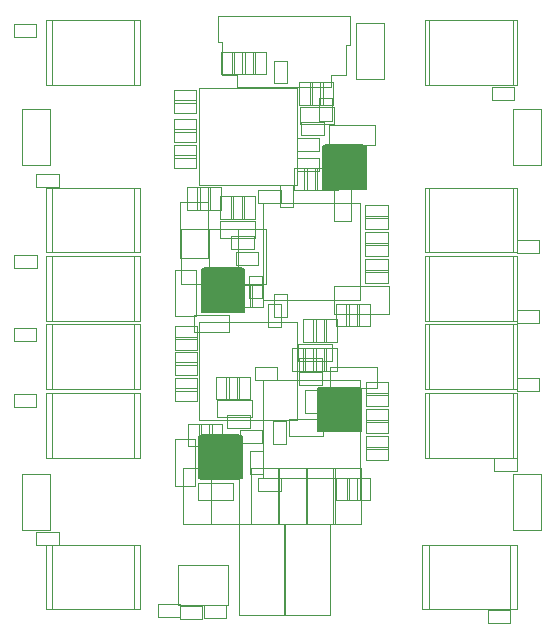
<source format=gbr>
%TF.GenerationSoftware,Altium Limited,Altium Designer,20.2.3 (150)*%
G04 Layer_Color=32768*
%FSLAX26Y26*%
%MOIN*%
%TF.SameCoordinates,1E0D65CC-F0FE-4DFC-A0D5-6D9DD74121E6*%
%TF.FilePolarity,Positive*%
%TF.FileFunction,Other,Mechanical_15*%
%TF.Part,Single*%
G01*
G75*
%TA.AperFunction,NonConductor*%
%ADD58C,0.006000*%
%ADD92C,0.001968*%
G36*
X902000Y798000D02*
Y799500D01*
X1028000D01*
Y798000D01*
X1036000D01*
Y656000D01*
X1028000D01*
Y654500D01*
X902000D01*
Y656000D01*
X894000D01*
Y798000D01*
X902000D01*
D02*
G37*
G36*
X1425000Y956000D02*
Y957500D01*
X1299000D01*
Y956000D01*
X1291000D01*
Y814000D01*
X1299000D01*
Y812500D01*
X1425000D01*
Y814000D01*
X1433000D01*
Y956000D01*
X1425000D01*
D02*
G37*
G36*
X911000Y1354000D02*
Y1355500D01*
X1037000D01*
Y1354000D01*
X1045000D01*
Y1212000D01*
X1037000D01*
Y1210500D01*
X911000D01*
Y1212000D01*
X903000D01*
Y1354000D01*
X911000D01*
D02*
G37*
G36*
X1441000Y1764000D02*
Y1765500D01*
X1315000D01*
Y1764000D01*
X1307000D01*
Y1622000D01*
X1315000D01*
Y1620500D01*
X1441000D01*
Y1622000D01*
X1449000D01*
Y1764000D01*
X1441000D01*
D02*
G37*
D58*
X1449000Y1622000D02*
Y1764000D01*
X1441000Y1622000D02*
X1449000D01*
X1307000D02*
X1315000D01*
X1307000D02*
Y1764000D01*
X1315000D01*
X1441000D02*
X1449000D01*
X1441000D02*
Y1765500D01*
Y1620500D02*
Y1622000D01*
X1315000Y1620500D02*
X1441000D01*
X1315000D02*
Y1622000D01*
Y1764000D02*
Y1765500D01*
X1441000D01*
X1433000Y814000D02*
Y956000D01*
X1425000Y814000D02*
X1433000D01*
X1291000D02*
X1299000D01*
X1291000D02*
Y956000D01*
X1299000D01*
X1425000D02*
X1433000D01*
X1425000D02*
Y957500D01*
Y812500D02*
Y814000D01*
X1299000Y812500D02*
X1425000D01*
X1299000D02*
Y814000D01*
Y956000D02*
Y957500D01*
X1425000D01*
X911000Y1355500D02*
X1037000D01*
Y1354000D02*
Y1355500D01*
Y1210500D02*
Y1212000D01*
X911000Y1210500D02*
X1037000D01*
X911000D02*
Y1212000D01*
Y1354000D02*
Y1355500D01*
X903000Y1354000D02*
X911000D01*
X1037000D02*
X1045000D01*
Y1212000D02*
Y1354000D01*
X1037000Y1212000D02*
X1045000D01*
X903000D02*
X911000D01*
X903000D02*
Y1354000D01*
X902000Y799500D02*
X1028000D01*
Y798000D02*
Y799500D01*
Y654500D02*
Y656000D01*
X902000Y654500D02*
X1028000D01*
X902000D02*
Y656000D01*
Y798000D02*
Y799500D01*
X894000Y798000D02*
X902000D01*
X1028000D02*
X1036000D01*
Y656000D02*
Y798000D01*
X1028000Y656000D02*
X1036000D01*
X894000D02*
X902000D01*
X894000D02*
Y798000D01*
D92*
X894598Y1175402D02*
X1219402D01*
X894598Y850598D02*
Y1175402D01*
Y850598D02*
X1219402D01*
Y1175402D01*
X1337653Y1848598D02*
Y1923402D01*
X1294347Y1848598D02*
Y1923402D01*
Y1848598D02*
X1337653D01*
X1294347Y1923402D02*
X1337653D01*
X1023559Y1303284D02*
Y1488716D01*
X1118441Y1303284D02*
Y1488716D01*
X1023559Y1303284D02*
X1118441D01*
X1023559Y1488716D02*
X1118441D01*
X934441Y505284D02*
Y690716D01*
X839559Y505284D02*
Y690716D01*
X934441D01*
X839559Y505284D02*
X934441D01*
X927559Y1303284D02*
Y1488716D01*
X1022441Y1303284D02*
Y1488716D01*
X927559Y1303284D02*
X1022441D01*
X927559Y1488716D02*
X1022441D01*
X833559Y1303284D02*
Y1488716D01*
X928441Y1303284D02*
Y1488716D01*
X833559Y1303284D02*
X928441D01*
X833559Y1488716D02*
X928441D01*
X1027441Y505284D02*
Y690716D01*
X932559Y505284D02*
Y690716D01*
X1027441D01*
X932559Y505284D02*
X1027441D01*
X1161441D02*
Y690716D01*
X1066559Y505284D02*
Y690716D01*
X1161441D01*
X1066559Y505284D02*
X1161441D01*
X1252441D02*
Y690716D01*
X1157559Y505284D02*
Y690716D01*
X1252441D01*
X1157559Y505284D02*
X1252441D01*
X1346441D02*
Y690716D01*
X1251559Y505284D02*
Y690716D01*
X1346441D01*
X1251559Y505284D02*
X1346441D01*
X1434441D02*
Y690716D01*
X1339559Y505284D02*
Y690716D01*
X1434441D01*
X1339559Y505284D02*
X1434441D01*
X1342284Y1298441D02*
X1527716D01*
X1342284Y1203559D02*
X1527716D01*
X1342284D02*
Y1298441D01*
X1527716Y1203559D02*
Y1298441D01*
X398441Y1701284D02*
Y1886716D01*
X303559Y1701284D02*
Y1886716D01*
X398441D01*
X303559Y1701284D02*
X398441D01*
X2034441D02*
Y1886716D01*
X1939559Y1701284D02*
Y1886716D01*
X2034441D01*
X1939559Y1701284D02*
X2034441D01*
Y484284D02*
Y669716D01*
X1939559Y484284D02*
Y669716D01*
X2034441D01*
X1939559Y484284D02*
X2034441D01*
X398441D02*
Y669716D01*
X303559Y484284D02*
Y669716D01*
X398441D01*
X303559Y484284D02*
X398441D01*
X1939559Y1701284D02*
Y1886716D01*
X2034441Y1701284D02*
Y1886716D01*
X1939559D02*
X2034441D01*
X1939559Y1701284D02*
X2034441D01*
X303559D02*
Y1886716D01*
X398441Y1701284D02*
Y1886716D01*
X303559D02*
X398441D01*
X303559Y1701284D02*
X398441D01*
X303559Y484284D02*
Y669716D01*
X398441Y484284D02*
Y669716D01*
X303559D02*
X398441D01*
X303559Y484284D02*
X398441D01*
X1939559D02*
Y669716D01*
X2034441Y484284D02*
Y669716D01*
X1939559D02*
X2034441D01*
X1939559Y484284D02*
X2034441D01*
X1416559Y1988284D02*
Y2173716D01*
X1511441Y1988284D02*
Y2173716D01*
X1416559D02*
X1511441D01*
X1416559Y1988284D02*
X1511441D01*
X829559Y1390284D02*
Y1575716D01*
X924441Y1390284D02*
Y1575716D01*
X829559D02*
X924441D01*
X829559Y1390284D02*
X924441D01*
X1219598Y1680347D02*
Y1723653D01*
X1294402Y1680347D02*
Y1723653D01*
X1219598D02*
X1294402D01*
X1219598Y1680347D02*
X1294402D01*
X1325835Y1765551D02*
X1480165D01*
Y1834449D01*
X1325835D02*
X1480165D01*
X1325835Y1765551D02*
Y1834449D01*
X1342850Y1513323D02*
Y1628677D01*
X1399150Y1513323D02*
Y1628677D01*
X1342850Y1513323D02*
X1399150D01*
X1342850Y1628677D02*
X1399150D01*
X1143347Y1972598D02*
X1186653D01*
X1143347Y2047402D02*
X1186653D01*
X1143347Y1972598D02*
Y2047402D01*
X1186653Y1972598D02*
Y2047402D01*
X1163347Y1634402D02*
X1206653D01*
X1163347Y1559598D02*
X1206653D01*
Y1634402D01*
X1163347Y1559598D02*
Y1634402D01*
X968346Y2003598D02*
X1011654D01*
X968346Y2078402D02*
X1011654D01*
X968346Y2003598D02*
Y2078402D01*
X1011654Y2003598D02*
Y2078402D01*
X1234598Y1800347D02*
Y1843653D01*
X1309402Y1800347D02*
Y1843653D01*
X1234598D02*
X1309402D01*
X1234598Y1800347D02*
X1309402D01*
X1229323Y1835850D02*
X1344677D01*
X1229323Y1892150D02*
X1344677D01*
Y1835850D02*
Y1892150D01*
X1229323Y1835850D02*
Y1892150D01*
X1219598Y1747347D02*
Y1790653D01*
X1294402Y1747347D02*
Y1790653D01*
X1219598D02*
X1294402D01*
X1219598Y1747347D02*
X1294402D01*
X888346Y1551591D02*
X931654D01*
X888346Y1626394D02*
X931654D01*
X888346Y1551591D02*
Y1626394D01*
X931654Y1551591D02*
Y1626394D01*
X853346D02*
X896654D01*
X853346Y1551591D02*
X896654D01*
Y1626394D01*
X853346Y1551591D02*
Y1626394D01*
X923346Y1551591D02*
X966654D01*
X923346Y1626394D02*
X966654D01*
X923346Y1551591D02*
Y1626394D01*
X966654Y1551591D02*
Y1626394D01*
X1298347Y1975402D02*
X1341653D01*
X1298347Y1900598D02*
X1341653D01*
Y1975402D01*
X1298347Y1900598D02*
Y1975402D01*
X1263347Y1900598D02*
X1306653D01*
X1263347Y1975402D02*
X1306653D01*
X1263347Y1900598D02*
Y1975402D01*
X1306653Y1900598D02*
Y1975402D01*
X1228347Y1900598D02*
X1271653D01*
X1228347Y1975402D02*
X1271653D01*
X1228347Y1900598D02*
Y1975402D01*
X1271653Y1900598D02*
Y1975402D01*
X885402Y1724347D02*
Y1767653D01*
X810598Y1724347D02*
Y1767653D01*
Y1724347D02*
X885402D01*
X810598Y1767653D02*
X885402D01*
Y1689347D02*
Y1732653D01*
X810598Y1689347D02*
Y1732653D01*
Y1689347D02*
X885402D01*
X810598Y1732653D02*
X885402D01*
Y1811347D02*
Y1854653D01*
X810598Y1811347D02*
Y1854653D01*
Y1811347D02*
X885402D01*
X810598Y1854653D02*
X885402D01*
Y1776347D02*
Y1819653D01*
X810598Y1776347D02*
Y1819653D01*
Y1776347D02*
X885402D01*
X810598Y1819653D02*
X885402D01*
Y1908347D02*
Y1951653D01*
X810598Y1908347D02*
Y1951653D01*
Y1908347D02*
X885402D01*
X810598Y1951653D02*
X885402D01*
Y1873347D02*
Y1916653D01*
X810598Y1873347D02*
Y1916653D01*
Y1873347D02*
X885402D01*
X810598Y1916653D02*
X885402D01*
X277598Y1356347D02*
Y1399653D01*
X352402Y1356347D02*
Y1399653D01*
X277598D02*
X352402D01*
X277598Y1356347D02*
X352402D01*
X426402Y1626347D02*
Y1669653D01*
X351598Y1626347D02*
Y1669653D01*
Y1626347D02*
X426402D01*
X351598Y1669653D02*
X426402D01*
X1003346Y2003598D02*
X1046653D01*
X1003346Y2078402D02*
X1046653D01*
X1003346Y2003598D02*
Y2078402D01*
X1046653Y2003598D02*
Y2078402D01*
X1038347D02*
X1081653D01*
X1038347Y2003598D02*
X1081653D01*
Y2078402D01*
X1038347Y2003598D02*
Y2078402D01*
X1073347D02*
X1116653D01*
X1073347Y2003598D02*
X1116653D01*
Y2078402D01*
X1073347Y2003598D02*
Y2078402D01*
X275598Y2126347D02*
Y2169653D01*
X350402Y2126347D02*
Y2169653D01*
X275598D02*
X350402D01*
X275598Y2126347D02*
X350402D01*
X383615Y1408732D02*
Y1625268D01*
X676922D01*
Y1408732D02*
Y1625268D01*
X383615Y1408732D02*
X676922D01*
X383615Y1180732D02*
Y1397268D01*
X676922D01*
Y1180732D02*
Y1397268D01*
X383615Y1180732D02*
X676922D01*
X383615Y1965732D02*
Y2182268D01*
X676922D01*
Y1965732D02*
Y2182268D01*
X383615Y1965732D02*
X676922D01*
X1219402Y1632425D02*
Y1957228D01*
X894598Y1632425D02*
X1219402D01*
X894598D02*
Y1957228D01*
X1219402D01*
X2028402Y1174347D02*
Y1217653D01*
X1953598Y1174347D02*
Y1217653D01*
Y1174347D02*
X2028402D01*
X1953598Y1217653D02*
X2028402D01*
Y1406347D02*
Y1449653D01*
X1953598Y1406347D02*
Y1449653D01*
Y1406347D02*
X2028402D01*
X1953598Y1449653D02*
X2028402D01*
X1869598Y1917347D02*
Y1960653D01*
X1944402Y1917347D02*
Y1960653D01*
X1869598D02*
X1944402D01*
X1869598Y1917347D02*
X1944402D01*
X1079677Y1455850D02*
Y1512150D01*
X964323Y1455850D02*
Y1512150D01*
X1079677D01*
X964323Y1455850D02*
X1079677D01*
X1953653Y1180732D02*
Y1397268D01*
X1660347Y1180732D02*
X1953653D01*
X1660347D02*
Y1397268D01*
X1953653D01*
Y1408732D02*
Y1625268D01*
X1660347Y1408732D02*
X1953653D01*
X1660347D02*
Y1625268D01*
X1953653D01*
Y1965732D02*
Y2182268D01*
X1660347Y1965732D02*
X1953653D01*
X1660347D02*
Y2182268D01*
X1953653D01*
X928346Y763598D02*
X971654D01*
X928346Y838402D02*
X971654D01*
X928346Y763598D02*
Y838402D01*
X971654Y763598D02*
Y838402D01*
X893346Y763591D02*
X936654D01*
X893346Y838394D02*
X936654D01*
X893346Y763591D02*
Y838394D01*
X936654Y763591D02*
Y838394D01*
X858346Y838402D02*
X901654D01*
X858346Y763598D02*
X901654D01*
Y838402D01*
X858346Y763598D02*
Y838402D01*
X1309347Y1186409D02*
X1352653D01*
X1309347Y1111606D02*
X1352653D01*
Y1186409D01*
X1309347Y1111606D02*
Y1186409D01*
X1239347Y1111598D02*
X1282653D01*
X1239347Y1186402D02*
X1282653D01*
X1239347Y1111598D02*
Y1186402D01*
X1282653Y1111598D02*
Y1186402D01*
X1274347Y1111598D02*
X1317653D01*
X1274347Y1186402D02*
X1317653D01*
X1274347Y1111598D02*
Y1186402D01*
X1317653Y1111598D02*
Y1186402D01*
X1062347Y1300402D02*
X1105653D01*
X1062347Y1225598D02*
X1105653D01*
Y1300402D01*
X1062347Y1225598D02*
Y1300402D01*
X1027347D02*
X1070653D01*
X1027347Y1225598D02*
X1070653D01*
Y1300402D01*
X1027347Y1225598D02*
Y1300402D01*
X992346Y1225598D02*
X1035653D01*
X992346Y1300402D02*
X1035653D01*
X992346Y1225598D02*
Y1300402D01*
X1035653Y1225598D02*
Y1300402D01*
X957346Y1225598D02*
X1000654D01*
X957346Y1300402D02*
X1000654D01*
X957346Y1225598D02*
Y1300402D01*
X1000654Y1225598D02*
Y1300402D01*
X1139347Y846402D02*
X1182653D01*
X1139347Y771598D02*
X1182653D01*
Y846402D01*
X1139347Y771598D02*
Y846402D01*
X426402Y435346D02*
Y478654D01*
X351598Y435346D02*
Y478654D01*
Y435346D02*
X426402D01*
X351598Y478654D02*
X426402D01*
X276598Y895346D02*
Y938654D01*
X351402Y895346D02*
Y938654D01*
X276598D02*
X351402D01*
X276598Y895346D02*
X351402D01*
X276598Y1114347D02*
Y1157653D01*
X351402Y1114347D02*
Y1157653D01*
X276598D02*
X351402D01*
X276598Y1114347D02*
X351402D01*
X1222323Y1046850D02*
Y1103150D01*
X1337677Y1046850D02*
Y1103150D01*
X1222323D02*
X1337677D01*
X1222323Y1046850D02*
X1337677D01*
X1070677Y859850D02*
Y916150D01*
X955323Y859850D02*
Y916150D01*
X1070677D01*
X955323Y859850D02*
X1070677D01*
X1248347Y949402D02*
X1291653D01*
X1248347Y874598D02*
X1291653D01*
Y949402D01*
X1248347Y874598D02*
Y949402D01*
X1193323Y853150D02*
X1308677D01*
X1193323Y796850D02*
X1308677D01*
X1193323D02*
Y853150D01*
X1308677Y796850D02*
Y853150D01*
X1331835Y958551D02*
X1486165D01*
Y1027449D01*
X1331835D02*
X1486165D01*
X1331835Y958551D02*
Y1027449D01*
X1228598Y1014346D02*
Y1057653D01*
X1303402Y1014346D02*
Y1057653D01*
X1228598D02*
X1303402D01*
X1228598Y1014346D02*
X1303402D01*
X1227598Y966346D02*
Y1009654D01*
X1302402Y966346D02*
Y1009654D01*
X1227598D02*
X1302402D01*
X1227598Y966346D02*
X1302402D01*
X1145347Y1194598D02*
X1188653D01*
X1145347Y1269402D02*
X1188653D01*
X1145347Y1194598D02*
Y1269402D01*
X1188653Y1194598D02*
Y1269402D01*
X887402Y913346D02*
Y956654D01*
X812598Y913346D02*
Y956654D01*
Y913346D02*
X887402D01*
X812598Y956654D02*
X887402D01*
Y999346D02*
Y1042653D01*
X812598Y999346D02*
Y1042653D01*
Y999346D02*
X887402D01*
X812598Y1042653D02*
X887402D01*
Y1085347D02*
Y1128653D01*
X812598Y1085347D02*
Y1128653D01*
Y1085347D02*
X887402D01*
X812598Y1128653D02*
X887402D01*
Y1034347D02*
Y1077653D01*
X812598Y1034347D02*
Y1077653D01*
Y1034347D02*
X887402D01*
X812598Y1077653D02*
X887402D01*
Y1120347D02*
Y1163653D01*
X812598Y1120347D02*
Y1163653D01*
Y1120347D02*
X887402D01*
X812598Y1163653D02*
X887402D01*
X887409Y948346D02*
Y991654D01*
X812606Y948346D02*
Y991654D01*
Y948346D02*
X887409D01*
X812606Y991654D02*
X887409D01*
X383693Y952732D02*
Y1169268D01*
X677000D01*
Y952732D02*
Y1169268D01*
X383693Y952732D02*
X677000D01*
X383615Y723732D02*
Y940268D01*
X676922D01*
Y723732D02*
Y940268D01*
X383615Y723732D02*
X676922D01*
X383615Y218732D02*
Y435268D01*
X676922D01*
Y218732D02*
Y435268D01*
X383615Y218732D02*
X676922D01*
X698385Y952732D02*
Y1169268D01*
X405079D02*
X698385D01*
X405079Y952732D02*
Y1169268D01*
Y952732D02*
X698385D01*
Y723732D02*
Y940268D01*
X405079D02*
X698385D01*
X405079Y723732D02*
Y940268D01*
Y723732D02*
X698385D01*
X698386Y218732D02*
Y435268D01*
X405079D02*
X698386D01*
X405079Y218732D02*
Y435268D01*
Y218732D02*
X698386D01*
X1659347Y940268D02*
X1952653D01*
X1659347Y723732D02*
Y940268D01*
Y723732D02*
X1952653D01*
Y940268D01*
X1660347Y1169268D02*
X1953653D01*
X1660347Y952732D02*
Y1169268D01*
Y952732D02*
X1953653D01*
Y1169268D01*
X1646614D02*
X1939921D01*
Y952732D02*
Y1169268D01*
X1646614Y952732D02*
X1939921D01*
X1646614D02*
Y1169268D01*
X1856598Y175346D02*
X1931402D01*
X1856598Y218654D02*
X1931402D01*
Y175346D02*
Y218654D01*
X1856598Y175346D02*
Y218654D01*
X1877598Y680346D02*
X1952402D01*
X1877598Y723654D02*
X1952402D01*
Y680346D02*
Y723654D01*
X1877598Y680346D02*
Y723654D01*
X1953598Y991654D02*
X2028402D01*
X1953598Y948346D02*
X2028402D01*
X1953598D02*
Y991654D01*
X2028402Y948346D02*
Y991654D01*
X1659347Y435268D02*
X1952653D01*
X1659347Y218732D02*
Y435268D01*
Y218732D02*
X1952653D01*
Y435268D01*
X910598Y234654D02*
X985402D01*
X910598Y191346D02*
X985402D01*
X910598D02*
Y234654D01*
X985402Y191346D02*
Y234654D01*
X755598Y237654D02*
X830402D01*
X755598Y194346D02*
X830402D01*
X755598D02*
Y237654D01*
X830402Y194346D02*
Y237654D01*
X830598Y231654D02*
X905402D01*
X830598Y188346D02*
X905402D01*
X830598D02*
Y231654D01*
X905402Y188346D02*
Y231654D01*
X824929Y232071D02*
X991071D01*
Y365929D01*
X824929D02*
X991071D01*
X824929Y232071D02*
Y365929D01*
X1176008Y200189D02*
Y503811D01*
X1331992Y200189D02*
Y503811D01*
X1176008Y200189D02*
X1331992D01*
X1176008Y503811D02*
X1331992D01*
X1026008Y200189D02*
Y503811D01*
X1181992Y200189D02*
Y503811D01*
X1026008Y200189D02*
X1181992D01*
X1026008Y503811D02*
X1181992D01*
X1334055Y2000984D02*
X1383268D01*
X1334055Y1961614D02*
Y2000984D01*
X1019095Y1961614D02*
X1334055D01*
X1019095D02*
Y2000984D01*
X969882D02*
X1019095D01*
X969882D02*
Y2109252D01*
X956102D02*
X969882D01*
X956102D02*
Y2197835D01*
X1397047D01*
Y2099409D02*
Y2197835D01*
X1383268Y2099409D02*
X1397047D01*
X1383268Y2000984D02*
Y2099409D01*
X405079Y1180732D02*
X698385D01*
X405079D02*
Y1397268D01*
X698385D01*
Y1180732D02*
Y1397268D01*
X405079Y1408732D02*
X698385D01*
X405079D02*
Y1625268D01*
X698385D01*
Y1408732D02*
Y1625268D01*
X405079Y1965732D02*
X698385D01*
X405079D02*
Y2182268D01*
X698385D01*
Y1965732D02*
Y2182268D01*
X1462653Y1163598D02*
Y1238402D01*
X1419347Y1163598D02*
Y1238402D01*
Y1163598D02*
X1462653D01*
X1419347Y1238402D02*
X1462653D01*
X1349347Y1163606D02*
Y1238409D01*
X1392653Y1163606D02*
Y1238409D01*
X1349347D02*
X1392653D01*
X1349347Y1163606D02*
X1392653D01*
X1007654Y1520591D02*
Y1595394D01*
X964346Y1520591D02*
Y1595394D01*
Y1520591D02*
X1007654D01*
X964346Y1595394D02*
X1007654D01*
X1036347Y1520598D02*
Y1595402D01*
X1079653Y1520598D02*
Y1595402D01*
X1036347D02*
X1079653D01*
X1036347Y1520598D02*
X1079653D01*
X1280347Y1616591D02*
Y1691394D01*
X1323653Y1616591D02*
Y1691394D01*
X1280347D02*
X1323653D01*
X1280347Y1616591D02*
X1323653D01*
X1253653Y1616598D02*
Y1691402D01*
X1210347Y1616598D02*
Y1691402D01*
Y1616598D02*
X1253653D01*
X1210347Y1691402D02*
X1253653D01*
X1315347Y1616598D02*
Y1691402D01*
X1358653Y1616598D02*
Y1691402D01*
X1315347D02*
X1358653D01*
X1315347Y1616598D02*
X1358653D01*
X1001598Y1421347D02*
X1076402D01*
X1001598Y1464653D02*
X1076402D01*
X1001598Y1421347D02*
Y1464653D01*
X1076402Y1421347D02*
Y1464653D01*
X1015598Y1368347D02*
X1090402D01*
X1015598Y1411653D02*
X1090402D01*
X1015598Y1368347D02*
Y1411653D01*
X1090402Y1368347D02*
Y1411653D01*
X1384347Y1163598D02*
Y1238402D01*
X1427653Y1163598D02*
Y1238402D01*
X1384347D02*
X1427653D01*
X1384347Y1163598D02*
X1427653D01*
X1000346Y1520598D02*
Y1595402D01*
X1043653Y1520598D02*
Y1595402D01*
X1000346D02*
X1043653D01*
X1000346Y1520598D02*
X1043653D01*
X1288653Y1616598D02*
Y1691402D01*
X1245347Y1616598D02*
Y1691402D01*
Y1616598D02*
X1288653D01*
X1245347Y1691402D02*
X1288653D01*
X1091598Y1574347D02*
X1166402D01*
X1091598Y1617653D02*
X1166402D01*
X1091598Y1574347D02*
Y1617653D01*
X1166402Y1574347D02*
Y1617653D01*
X1105598Y1574228D02*
X1430402D01*
Y1249425D02*
Y1574228D01*
X1105598Y1249425D02*
X1430402D01*
X1105598D02*
Y1574228D01*
X1447598Y1531653D02*
X1522402D01*
X1447598Y1488347D02*
X1522402D01*
Y1531653D01*
X1447598Y1488347D02*
Y1531653D01*
Y1440653D02*
X1522402D01*
X1447598Y1397347D02*
X1522402D01*
Y1440653D01*
X1447598Y1397347D02*
Y1440653D01*
X814936Y1350878D02*
X883833D01*
X814936Y1196547D02*
Y1350878D01*
Y1196547D02*
X883833D01*
Y1350878D01*
X1103653Y1256598D02*
Y1331402D01*
X1060347Y1256598D02*
Y1331402D01*
Y1256598D02*
X1103653D01*
X1060347Y1331402D02*
X1103653D01*
X992677Y1142850D02*
Y1199150D01*
X877323Y1142850D02*
Y1199150D01*
X992677D01*
X877323Y1142850D02*
X992677D01*
X1448598Y1350653D02*
X1523402D01*
X1448598Y1307347D02*
X1523402D01*
Y1350653D01*
X1448598Y1307347D02*
Y1350653D01*
X1646347Y1397268D02*
X1939653D01*
Y1180732D02*
Y1397268D01*
X1646347Y1180732D02*
X1939653D01*
X1646347D02*
Y1397268D01*
Y1625268D02*
X1939653D01*
Y1408732D02*
Y1625268D01*
X1646347Y1408732D02*
X1939653D01*
X1646347D02*
Y1625268D01*
X1646614Y2182268D02*
X1939921D01*
Y1965732D02*
Y2182268D01*
X1646614Y1965732D02*
X1939921D01*
X1646614D02*
Y2182268D01*
X1448598Y1385653D02*
X1523402D01*
X1448598Y1342347D02*
X1523402D01*
Y1385653D01*
X1448598Y1342347D02*
Y1385653D01*
X1447598Y1475653D02*
X1522402D01*
X1447598Y1432347D02*
X1522402D01*
Y1475653D01*
X1447598Y1432347D02*
Y1475653D01*
Y1566653D02*
X1522402D01*
X1447598Y1523347D02*
X1522402D01*
Y1566653D01*
X1447598Y1523347D02*
Y1566653D01*
X1165653Y1160598D02*
Y1235402D01*
X1122347Y1160598D02*
Y1235402D01*
Y1160598D02*
X1165653D01*
X1122347Y1235402D02*
X1165653D01*
X1464653Y582598D02*
Y657402D01*
X1421347Y582598D02*
Y657402D01*
Y582598D02*
X1464653D01*
X1421347Y657402D02*
X1464653D01*
X1351347Y582598D02*
Y657402D01*
X1394653Y582598D02*
Y657402D01*
X1351347D02*
X1394653D01*
X1351347Y582598D02*
X1394653D01*
X993654Y919598D02*
Y994402D01*
X950346Y919598D02*
Y994402D01*
Y919598D02*
X993654D01*
X950346Y994402D02*
X993654D01*
X1021346Y919598D02*
Y994402D01*
X1064653Y919598D02*
Y994402D01*
X1021346D02*
X1064653D01*
X1021346Y919598D02*
X1064653D01*
X1274347Y1014598D02*
Y1089402D01*
X1317653Y1014598D02*
Y1089402D01*
X1274347D02*
X1317653D01*
X1274347Y1014598D02*
X1317653D01*
X1247653D02*
Y1089402D01*
X1204347Y1014598D02*
Y1089402D01*
Y1014598D02*
X1247653D01*
X1204347Y1089402D02*
X1247653D01*
X1309347Y1014598D02*
Y1089402D01*
X1352653Y1014598D02*
Y1089402D01*
X1309347D02*
X1352653D01*
X1309347Y1014598D02*
X1352653D01*
X988598Y825346D02*
X1063402D01*
X988598Y868654D02*
X1063402D01*
X988598Y825346D02*
Y868654D01*
X1063402Y825346D02*
Y868654D01*
X1030598Y775346D02*
X1105402D01*
X1030598Y818654D02*
X1105402D01*
X1030598Y775346D02*
Y818654D01*
X1105402Y775346D02*
Y818654D01*
X1386347Y582598D02*
Y657402D01*
X1429653Y582598D02*
Y657402D01*
X1386347D02*
X1429653D01*
X1386347Y582598D02*
X1429653D01*
X985346Y919598D02*
Y994402D01*
X1028653Y919598D02*
Y994402D01*
X985346D02*
X1028653D01*
X985346Y919598D02*
X1028653D01*
X1282653Y1014598D02*
Y1089402D01*
X1239347Y1014598D02*
Y1089402D01*
Y1014598D02*
X1282653D01*
X1239347Y1089402D02*
X1282653D01*
X1079598Y985346D02*
X1154402D01*
X1079598Y1028653D02*
X1154402D01*
X1079598Y985346D02*
Y1028653D01*
X1154402Y985346D02*
Y1028653D01*
X1105598Y982402D02*
X1430402D01*
Y657598D02*
Y982402D01*
X1105598Y657598D02*
X1430402D01*
X1105598D02*
Y982402D01*
X1449598Y940654D02*
X1524402D01*
X1449598Y897346D02*
X1524402D01*
Y940654D01*
X1449598Y897346D02*
Y940654D01*
Y851654D02*
X1524402D01*
X1449598Y808346D02*
X1524402D01*
Y851654D01*
X1449598Y808346D02*
Y851654D01*
X812551Y786165D02*
X881449D01*
X812551Y631835D02*
Y786165D01*
Y631835D02*
X881449D01*
Y786165D01*
X1105653Y670598D02*
Y745402D01*
X1062347Y670598D02*
Y745402D01*
Y670598D02*
X1105653D01*
X1062347Y745402D02*
X1105653D01*
X1006677Y583850D02*
Y640150D01*
X891323Y583850D02*
Y640150D01*
X1006677D01*
X891323Y583850D02*
X1006677D01*
X1449598Y761654D02*
X1524402D01*
X1449598Y718346D02*
X1524402D01*
Y761654D01*
X1449598Y718346D02*
Y761654D01*
X1091598Y614346D02*
X1166402D01*
X1091598Y657654D02*
X1166402D01*
X1091598Y614346D02*
Y657654D01*
X1166402Y614346D02*
Y657654D01*
X1638347Y435268D02*
X1931653D01*
Y218732D02*
Y435268D01*
X1638347Y218732D02*
X1931653D01*
X1638347D02*
Y435268D01*
X1646347Y940268D02*
X1939653D01*
Y723732D02*
Y940268D01*
X1646347Y723732D02*
X1939653D01*
X1646347D02*
Y940268D01*
X1449598Y796654D02*
X1524402D01*
X1449598Y753346D02*
X1524402D01*
Y796654D01*
X1449598Y753346D02*
Y796654D01*
Y886654D02*
X1524402D01*
X1449598Y843346D02*
X1524402D01*
Y886654D01*
X1449598Y843346D02*
Y886654D01*
Y975654D02*
X1524402D01*
X1449598Y932346D02*
X1524402D01*
Y975654D01*
X1449598Y932346D02*
Y975654D01*
%TF.MD5,e664e6434eb19d42b026acebc5d5e3d9*%
M02*

</source>
